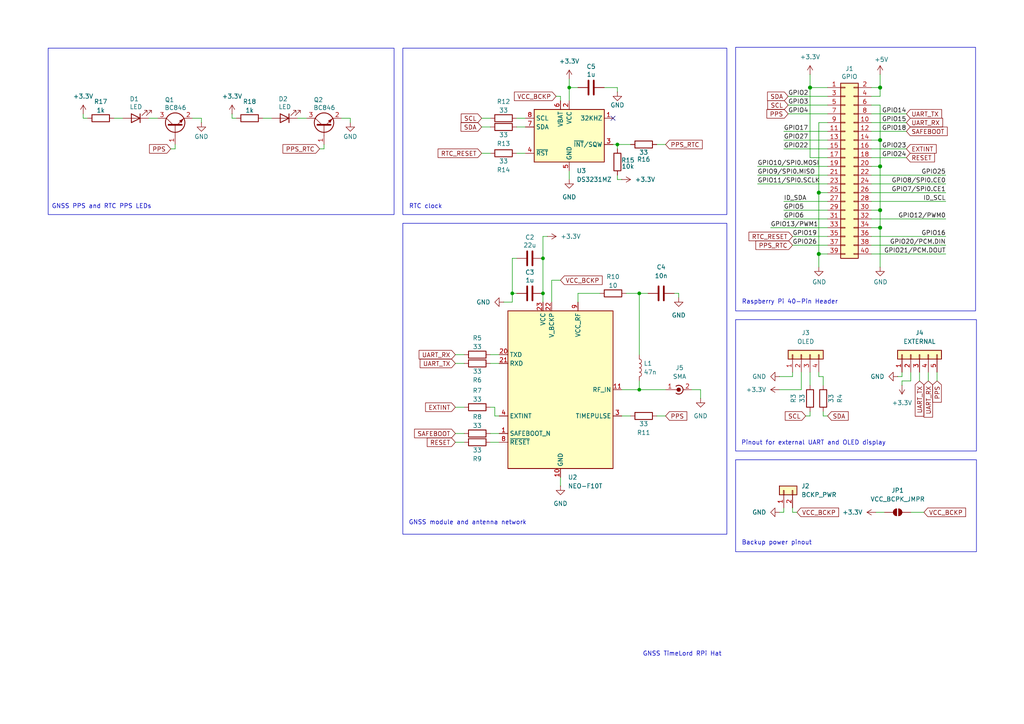
<source format=kicad_sch>
(kicad_sch (version 20250114) (generator "eeschema") (generator_version "9.0")
  (paper "A4")
  (title_block (date "15 nov 2012"))
  (lib_symbols
    (symbol "Connector:Conn_Coaxial_Power" (pin_names (offset 1.016) (hide yes))
      (property "Reference" "J" (at -5.08 -1.27 90))
      (property "Value" "Conn_Coaxial_Power" (at -3.175 -1.27 90))
      (symbol "Conn_Coaxial_Power_0_1"
        (arc (start 1.016 -0.508) (mid 1.2048 -0.8684) (end 1.27 -1.27) (stroke (width 0.254)))
        (polyline (pts (xy 0 0) (xy 0 -1.27)))
        (arc (start 1.27 -1.27) (mid 0 -2.5345) (end -1.27 -1.27) (stroke (width 0.254)))
        (arc (start -1.27 -1.27) (mid -1.2048 -0.8684) (end -1.016 -0.508) (stroke (width 0.254)))
        (circle (center 0 -1.27) (radius 0.508) (stroke (width 0.2032)) (fill (type outline)))
        (polyline (pts (xy 0 -2.54) (xy 0 -3.048)))
      )
      (symbol "Conn_Coaxial_Power_1_1"
        (pin passive line (at 0 2.54 270) (length 2.54) (name "In") (number "1"))
        (pin passive line (at 0 -5.08 90) (length 2.54) (name "Ext") (number "2"))
      )
    )
    (symbol "Connector_Generic:Conn_01x02" (pin_names (offset 1.016) (hide yes))
      (property "Reference" "J" (at 0 2.54 0))
      (property "Value" "Conn_01x02" (at 0 -5.08 0))
      (symbol "Conn_01x02_1_1"
        (rectangle (start -1.27 1.27) (end 1.27 -3.81) (stroke (width 0.254)) (fill (type background)))
        (rectangle (start -1.27 0.127) (end 0 -0.127) (stroke (width 0.1524)))
        (rectangle (start -1.27 -2.413) (end 0 -2.667) (stroke (width 0.1524)))
        (pin passive line (at -5.08 0 0) (length 3.81) (name "Pin_1") (number "1"))
        (pin passive line (at -5.08 -2.54 0) (length 3.81) (name "Pin_2") (number "2"))
      )
    )
    (symbol "Connector_Generic:Conn_01x04" (pin_names (offset 1.016) (hide yes))
      (property "Reference" "J" (at 0 5.08 0))
      (property "Value" "Conn_01x04" (at 0 -7.62 0))
      (symbol "Conn_01x04_1_1"
        (rectangle (start -1.27 3.81) (end 1.27 -6.35) (stroke (width 0.254)) (fill (type background)))
        (rectangle (start -1.27 2.667) (end 0 2.413) (stroke (width 0.1524)))
        (rectangle (start -1.27 0.127) (end 0 -0.127) (stroke (width 0.1524)))
        (rectangle (start -1.27 -2.413) (end 0 -2.667) (stroke (width 0.1524)))
        (rectangle (start -1.27 -4.953) (end 0 -5.207) (stroke (width 0.1524)))
        (pin passive line (at -5.08 2.54 0) (length 3.81) (name "Pin_1") (number "1"))
        (pin passive line (at -5.08 0 0) (length 3.81) (name "Pin_2") (number "2"))
        (pin passive line (at -5.08 -2.54 0) (length 3.81) (name "Pin_3") (number "3"))
        (pin passive line (at -5.08 -5.08 0) (length 3.81) (name "Pin_4") (number "4"))
      )
    )
    (symbol "Connector_Generic:Conn_01x05" (pin_names (offset 1.016) (hide yes))
      (property "Reference" "J" (at 0 7.62 0))
      (property "Value" "Conn_01x05" (at 0 -7.62 0))
      (symbol "Conn_01x05_1_1"
        (rectangle (start -1.27 6.35) (end 1.27 -6.35) (stroke (width 0.254)) (fill (type background)))
        (rectangle (start -1.27 5.207) (end 0 4.953) (stroke (width 0.1524)))
        (rectangle (start -1.27 2.667) (end 0 2.413) (stroke (width 0.1524)))
        (rectangle (start -1.27 0.127) (end 0 -0.127) (stroke (width 0.1524)))
        (rectangle (start -1.27 -2.413) (end 0 -2.667) (stroke (width 0.1524)))
        (rectangle (start -1.27 -4.953) (end 0 -5.207) (stroke (width 0.1524)))
        (pin passive line (at -5.08 5.08 0) (length 3.81) (name "Pin_1") (number "1"))
        (pin passive line (at -5.08 2.54 0) (length 3.81) (name "Pin_2") (number "2"))
        (pin passive line (at -5.08 0 0) (length 3.81) (name "Pin_3") (number "3"))
        (pin passive line (at -5.08 -2.54 0) (length 3.81) (name "Pin_4") (number "4"))
        (pin passive line (at -5.08 -5.08 0) (length 3.81) (name "Pin_5") (number "5"))
      )
    )
    (symbol "Connector_Generic:Conn_02x20_Odd_Even" (pin_names (offset 1.016) (hide yes))
      (property "Reference" "J" (at 1.27 25.4 0))
      (property "Value" "Conn_02x20_Odd_Even" (at 1.27 -27.94 0))
      (symbol "Conn_02x20_Odd_Even_1_1"
        (rectangle (start -1.27 24.13) (end 3.81 -26.67) (stroke (width 0.254)) (fill (type background)))
        (rectangle (start -1.27 22.987) (end 0 22.733) (stroke (width 0.1524)))
        (rectangle (start -1.27 20.447) (end 0 20.193) (stroke (width 0.1524)))
        (rectangle (start -1.27 17.907) (end 0 17.653) (stroke (width 0.1524)))
        (rectangle (start -1.27 15.367) (end 0 15.113) (stroke (width 0.1524)))
        (rectangle (start -1.27 12.827) (end 0 12.573) (stroke (width 0.1524)))
        (rectangle (start -1.27 10.287) (end 0 10.033) (stroke (width 0.1524)))
        (rectangle (start -1.27 7.747) (end 0 7.493) (stroke (width 0.1524)))
        (rectangle (start -1.27 5.207) (end 0 4.953) (stroke (width 0.1524)))
        (rectangle (start -1.27 2.667) (end 0 2.413) (stroke (width 0.1524)))
        (rectangle (start -1.27 0.127) (end 0 -0.127) (stroke (width 0.1524)))
        (rectangle (start -1.27 -2.413) (end 0 -2.667) (stroke (width 0.1524)))
        (rectangle (start -1.27 -4.953) (end 0 -5.207) (stroke (width 0.1524)))
        (rectangle (start -1.27 -7.493) (end 0 -7.747) (stroke (width 0.1524)))
        (rectangle (start -1.27 -10.033) (end 0 -10.287) (stroke (width 0.1524)))
        (rectangle (start -1.27 -12.573) (end 0 -12.827) (stroke (width 0.1524)))
        (rectangle (start -1.27 -15.113) (end 0 -15.367) (stroke (width 0.1524)))
        (rectangle (start -1.27 -17.653) (end 0 -17.907) (stroke (width 0.1524)))
        (rectangle (start -1.27 -20.193) (end 0 -20.447) (stroke (width 0.1524)))
        (rectangle (start -1.27 -22.733) (end 0 -22.987) (stroke (width 0.1524)))
        (rectangle (start -1.27 -25.273) (end 0 -25.527) (stroke (width 0.1524)))
        (rectangle (start 3.81 22.987) (end 2.54 22.733) (stroke (width 0.1524)))
        (rectangle (start 3.81 20.447) (end 2.54 20.193) (stroke (width 0.1524)))
        (rectangle (start 3.81 17.907) (end 2.54 17.653) (stroke (width 0.1524)))
        (rectangle (start 3.81 15.367) (end 2.54 15.113) (stroke (width 0.1524)))
        (rectangle (start 3.81 12.827) (end 2.54 12.573) (stroke (width 0.1524)))
        (rectangle (start 3.81 10.287) (end 2.54 10.033) (stroke (width 0.1524)))
        (rectangle (start 3.81 7.747) (end 2.54 7.493) (stroke (width 0.1524)))
        (rectangle (start 3.81 5.207) (end 2.54 4.953) (stroke (width 0.1524)))
        (rectangle (start 3.81 2.667) (end 2.54 2.413) (stroke (width 0.1524)))
        (rectangle (start 3.81 0.127) (end 2.54 -0.127) (stroke (width 0.1524)))
        (rectangle (start 3.81 -2.413) (end 2.54 -2.667) (stroke (width 0.1524)))
        (rectangle (start 3.81 -4.953) (end 2.54 -5.207) (stroke (width 0.1524)))
        (rectangle (start 3.81 -7.493) (end 2.54 -7.747) (stroke (width 0.1524)))
        (rectangle (start 3.81 -10.033) (end 2.54 -10.287) (stroke (width 0.1524)))
        (rectangle (start 3.81 -12.573) (end 2.54 -12.827) (stroke (width 0.1524)))
        (rectangle (start 3.81 -15.113) (end 2.54 -15.367) (stroke (width 0.1524)))
        (rectangle (start 3.81 -17.653) (end 2.54 -17.907) (stroke (width 0.1524)))
        (rectangle (start 3.81 -20.193) (end 2.54 -20.447) (stroke (width 0.1524)))
        (rectangle (start 3.81 -22.733) (end 2.54 -22.987) (stroke (width 0.1524)))
        (rectangle (start 3.81 -25.273) (end 2.54 -25.527) (stroke (width 0.1524)))
        (pin passive line (at -5.08 22.86 0) (length 3.81) (name "Pin_1") (number "1"))
        (pin passive line (at -5.08 20.32 0) (length 3.81) (name "Pin_3") (number "3"))
        (pin passive line (at -5.08 17.78 0) (length 3.81) (name "Pin_5") (number "5"))
        (pin passive line (at -5.08 15.24 0) (length 3.81) (name "Pin_7") (number "7"))
        (pin passive line (at -5.08 12.7 0) (length 3.81) (name "Pin_9") (number "9"))
        (pin passive line (at -5.08 10.16 0) (length 3.81) (name "Pin_11") (number "11"))
        (pin passive line (at -5.08 7.62 0) (length 3.81) (name "Pin_13") (number "13"))
        (pin passive line (at -5.08 5.08 0) (length 3.81) (name "Pin_15") (number "15"))
        (pin passive line (at -5.08 2.54 0) (length 3.81) (name "Pin_17") (number "17"))
        (pin passive line (at -5.08 0 0) (length 3.81) (name "Pin_19") (number "19"))
        (pin passive line (at -5.08 -2.54 0) (length 3.81) (name "Pin_21") (number "21"))
        (pin passive line (at -5.08 -5.08 0) (length 3.81) (name "Pin_23") (number "23"))
        (pin passive line (at -5.08 -7.62 0) (length 3.81) (name "Pin_25") (number "25"))
        (pin passive line (at -5.08 -10.16 0) (length 3.81) (name "Pin_27") (number "27"))
        (pin passive line (at -5.08 -12.7 0) (length 3.81) (name "Pin_29") (number "29"))
        (pin passive line (at -5.08 -15.24 0) (length 3.81) (name "Pin_31") (number "31"))
        (pin passive line (at -5.08 -17.78 0) (length 3.81) (name "Pin_33") (number "33"))
        (pin passive line (at -5.08 -20.32 0) (length 3.81) (name "Pin_35") (number "35"))
        (pin passive line (at -5.08 -22.86 0) (length 3.81) (name "Pin_37") (number "37"))
        (pin passive line (at -5.08 -25.4 0) (length 3.81) (name "Pin_39") (number "39"))
        (pin passive line (at 7.62 22.86 180) (length 3.81) (name "Pin_2") (number "2"))
        (pin passive line (at 7.62 20.32 180) (length 3.81) (name "Pin_4") (number "4"))
        (pin passive line (at 7.62 17.78 180) (length 3.81) (name "Pin_6") (number "6"))
        (pin passive line (at 7.62 15.24 180) (length 3.81) (name "Pin_8") (number "8"))
        (pin passive line (at 7.62 12.7 180) (length 3.81) (name "Pin_10") (number "10"))
        (pin passive line (at 7.62 10.16 180) (length 3.81) (name "Pin_12") (number "12"))
        (pin passive line (at 7.62 7.62 180) (length 3.81) (name "Pin_14") (number "14"))
        (pin passive line (at 7.62 5.08 180) (length 3.81) (name "Pin_16") (number "16"))
        (pin passive line (at 7.62 2.54 180) (length 3.81) (name "Pin_18") (number "18"))
        (pin passive line (at 7.62 0 180) (length 3.81) (name "Pin_20") (number "20"))
        (pin passive line (at 7.62 -2.54 180) (length 3.81) (name "Pin_22") (number "22"))
        (pin passive line (at 7.62 -5.08 180) (length 3.81) (name "Pin_24") (number "24"))
        (pin passive line (at 7.62 -7.62 180) (length 3.81) (name "Pin_26") (number "26"))
        (pin passive line (at 7.62 -10.16 180) (length 3.81) (name "Pin_28") (number "28"))
        (pin passive line (at 7.62 -12.7 180) (length 3.81) (name "Pin_30") (number "30"))
        (pin passive line (at 7.62 -15.24 180) (length 3.81) (name "Pin_32") (number "32"))
        (pin passive line (at 7.62 -17.78 180) (length 3.81) (name "Pin_34") (number "34"))
        (pin passive line (at 7.62 -20.32 180) (length 3.81) (name "Pin_36") (number "36"))
        (pin passive line (at 7.62 -22.86 180) (length 3.81) (name "Pin_38") (number "38"))
        (pin passive line (at 7.62 -25.4 180) (length 3.81) (name "Pin_40") (number "40"))
      )
    )
    (symbol "Device:C" (pin_numbers (hide yes)) (pin_names (offset 0.254))
      (property "Reference" "C" (at 0.635 2.54 0))
      (property "Value" "C" (at 0.635 -2.54 0))
      (symbol "C_0_1"
        (polyline (pts (xy -2.032 0.762) (xy 2.032 0.762)) (stroke (width 0.508)))
        (polyline (pts (xy -2.032 -0.762) (xy 2.032 -0.762)) (stroke (width 0.508)))
      )
      (symbol "C_1_1"
        (pin passive line (at 0 3.81 270) (length 2.794) (name "~") (number "1"))
        (pin passive line (at 0 -3.81 90) (length 2.794) (name "~") (number "2"))
      )
    )
    (symbol "Device:L" (pin_numbers (hide yes)) (pin_names (offset 1.016) (hide yes))
      (property "Reference" "L" (at -1.27 0 90))
      (property "Value" "L" (at 1.905 0 90))
      (symbol "L_0_1"
        (arc (start 0 2.54) (mid 0.6323 1.905) (end 0 1.27))
        (arc (start 0 1.27) (mid 0.6323 0.635) (end 0 0))
        (arc (start 0 0) (mid 0.6323 -0.635) (end 0 -1.27))
        (arc (start 0 -1.27) (mid 0.6323 -1.905) (end 0 -2.54))
      )
      (symbol "L_1_1"
        (pin passive line (at 0 3.81 270) (length 1.27) (name "1") (number "1"))
        (pin passive line (at 0 -3.81 90) (length 1.27) (name "2") (number "2"))
      )
    )
    (symbol "Device:LED" (pin_numbers (hide yes)) (pin_names (offset 1.016) (hide yes))
      (property "Reference" "D" (at 0 2.54 0))
      (property "Value" "LED" (at 0 -2.54 0))
      (symbol "LED_0_1"
        (polyline (pts (xy -3.048 -0.762) (xy -4.572 -2.286) (xy -3.81 -2.286) (xy -4.572 -2.286) (xy -4.572 -1.524)))
        (polyline (pts (xy -1.778 -0.762) (xy -3.302 -2.286) (xy -2.54 -2.286) (xy -3.302 -2.286) (xy -3.302 -1.524)))
        (polyline (pts (xy -1.27 0) (xy 1.27 0)))
        (polyline (pts (xy -1.27 -1.27) (xy -1.27 1.27)) (stroke (width 0.254)))
        (polyline (pts (xy 1.27 -1.27) (xy 1.27 1.27) (xy -1.27 0) (xy 1.27 -1.27)) (stroke (width 0.254)))
      )
      (symbol "LED_1_1"
        (pin passive line (at -3.81 0 0) (length 2.54) (name "K") (number "1"))
        (pin passive line (at 3.81 0 180) (length 2.54) (name "A") (number "2"))
      )
    )
    (symbol "Device:R" (pin_numbers (hide yes)) (pin_names (offset 0))
      (property "Reference" "R" (at 2.032 0 90))
      (property "Value" "R" (at 0 0 90))
      (symbol "R_0_1"
        (rectangle (start -1.016 -2.54) (end 1.016 2.54) (stroke (width 0.254)))
      )
      (symbol "R_1_1"
        (pin passive line (at 0 3.81 270) (length 1.27) (name "~") (number "1"))
        (pin passive line (at 0 -3.81 90) (length 1.27) (name "~") (number "2"))
      )
    )
    (symbol "Jumper:SolderJumper_2_Open" (pin_numbers (hide yes)) (pin_names (offset 0) (hide yes)) (exclude_from_sim yes) (in_bom no)
      (property "Reference" "JP" (at 0 2.032 0))
      (property "Value" "SolderJumper_2_Open" (at 0 -2.54 0))
      (symbol "SolderJumper_2_Open_0_1"
        (polyline (pts (xy -0.254 1.016) (xy -0.254 -1.016)))
        (arc (start -0.254 -1.016) (mid -1.2656 0) (end -0.254 1.016))
        (arc (start -0.254 -1.016) (mid -1.2656 0) (end -0.254 1.016) (fill (type outline)))
        (arc (start 0.254 1.016) (mid 1.2656 0) (end 0.254 -1.016))
        (arc (start 0.254 1.016) (mid 1.2656 0) (end 0.254 -1.016) (fill (type outline)))
        (polyline (pts (xy 0.254 1.016) (xy 0.254 -1.016)))
      )
      (symbol "SolderJumper_2_Open_1_1"
        (pin passive line (at -3.81 0 0) (length 2.54) (name "A") (number "1"))
        (pin passive line (at 3.81 0 180) (length 2.54) (name "B") (number "2"))
      )
    )
    (symbol "Timer_RTC:DS3231MZ"
      (property "Reference" "U" (at -7.62 8.89 0))
      (property "Value" "DS3231MZ" (at 11.43 8.89 0))
      (symbol "DS3231MZ_0_1"
        (rectangle (start -10.16 7.62) (end 10.16 -7.62) (stroke (width 0.254)) (fill (type background)))
      )
      (symbol "DS3231MZ_1_1"
        (pin input line (at -12.7 5.08 0) (length 2.54) (name "SCL") (number "8"))
        (pin bidirectional line (at -12.7 2.54 0) (length 2.54) (name "SDA") (number "7"))
        (pin bidirectional line (at -12.7 -5.08 0) (length 2.54) (name "~{RST}") (number "4"))
        (pin power_in line (at -2.54 10.16 270) (length 2.54) (name "VBAT") (number "6"))
        (pin power_in line (at 0 10.16 270) (length 2.54) (name "VCC") (number "2"))
        (pin power_in line (at 0 -10.16 90) (length 2.54) (name "GND") (number "5"))
        (pin open_collector line (at 12.7 5.08 180) (length 2.54) (name "32KHZ") (number "1"))
        (pin open_collector line (at 12.7 -2.54 180) (length 2.54) (name "~{INT}/SQW") (number "3"))
      )
    )
    (symbol "Transistor_BJT:BC846" (pin_names (offset 0) (hide yes))
      (property "Reference" "Q" (at 5.08 1.905 0))
      (property "Value" "BC846" (at 5.08 0 0))
      (symbol "BC846_0_1"
        (polyline (pts (xy -2.54 0) (xy 0.635 0)))
        (polyline (pts (xy 0.635 1.905) (xy 0.635 -1.905)) (stroke (width 0.508)))
        (circle (center 1.27 0) (radius 2.8194) (stroke (width 0.254)))
      )
      (symbol "BC846_1_1"
        (polyline (pts (xy 0.635 0.635) (xy 2.54 2.54)))
        (polyline (pts (xy 0.635 -0.635) (xy 2.54 -2.54)))
        (polyline (pts (xy 1.27 -1.778) (xy 1.778 -1.27) (xy 2.286 -2.286) (xy 1.27 -1.778)) (fill (type outline)))
        (pin input line (at -5.08 0 0) (length 2.54) (name "B") (number "1"))
        (pin passive line (at 2.54 5.08 270) (length 2.54) (name "C") (number "3"))
        (pin passive line (at 2.54 -5.08 90) (length 2.54) (name "E") (number "2"))
      )
    )
    (symbol "neo-f10t:NEO-F10T"
      (property "Reference" "U" (at -13.97 24.13 0))
      (property "Value" "NEO-F10T" (at 11.43 24.13 0))
      (symbol "NEO-F10T_0_1"
        (rectangle (start -15.24 22.86) (end 15.24 -22.86) (stroke (width 0.254)) (fill (type background)))
      )
      (symbol "NEO-F10T_1_1"
        (pin output line (at -17.78 10.16 0) (length 2.54) (name "TXD") (number "20"))
        (pin input line (at -17.78 7.62 0) (length 2.54) (name "RXD") (number "21"))
        (pin input line (at -17.78 -7.62 0) (length 2.54) (name "EXTINT") (number "4"))
        (pin bidirectional line (at -17.78 -12.7 0) (length 2.54) (name "SAFEBOOT_N") (number "1"))
        (pin input line (at -17.78 -15.24 0) (length 2.54) (name "~{RESET}") (number "8"))
        (pin no_connect line (at -15.24 17.78 0) (length 2.54) (hide yes) (name "RESERVED") (number "5"))
        (pin no_connect line (at -15.24 15.24 0) (length 2.54) (hide yes) (name "RESERVED") (number "6"))
        (pin no_connect line (at -15.24 2.54 0) (length 2.54) (hide yes) (name "RESERVED") (number "18"))
        (pin no_connect line (at -15.24 0 0) (length 2.54) (hide yes) (name "RESERVED") (number "19"))
        (pin no_connect line (at -15.24 -5.08 0) (length 2.54) (hide yes) (name "RESERVED") (number "15"))
        (pin no_connect line (at -15.24 -17.78 0) (length 2.54) (hide yes) (name "RESERVED") (number "2"))
        (pin power_in line (at -5.08 25.4 270) (length 2.54) (name "VCC") (number "23"))
        (pin power_in line (at -2.54 25.4 270) (length 2.54) (name "V_BCKP") (number "22"))
        (pin no_connect line (at 0 22.86 270) (length 2.54) (hide yes) (name "RESERVED") (number "7"))
        (pin power_in line (at 0 -25.4 90) (length 2.54) (name "GND") (number "10"))
        (pin passive line (at 0 -25.4 90) (length 2.54) (hide yes) (name "GND") (number "12"))
        (pin passive line (at 0 -25.4 90) (length 2.54) (hide yes) (name "GND") (number "13"))
        (pin passive line (at 0 -25.4 90) (length 2.54) (hide yes) (name "GND") (number "24"))
        (pin power_out line (at 5.08 25.4 270) (length 2.54) (name "VCC_RF") (number "9"))
        (pin no_connect line (at 15.24 5.08 180) (length 2.54) (hide yes) (name "RESERVED") (number "14"))
        (pin no_connect line (at 15.24 -10.16 180) (length 2.54) (hide yes) (name "RESERVED") (number "16"))
        (pin no_connect line (at 15.24 -12.7 180) (length 2.54) (hide yes) (name "RESERVED") (number "17"))
        (pin input line (at 17.78 0 180) (length 2.54) (name "RF_IN") (number "11"))
        (pin output line (at 17.78 -7.62 180) (length 2.54) (name "TIMEPULSE") (number "3"))
      )
    )
    (symbol "power:+3.3V" (power) (pin_numbers (hide yes)) (pin_names (offset 0) (hide yes))
      (property "Value" "+3.3V" (at 0 3.556 0))
      (symbol "+3.3V_0_1"
        (polyline (pts (xy -0.762 1.27) (xy 0 2.54)))
        (polyline (pts (xy 0 2.54) (xy 0.762 1.27)))
        (polyline (pts (xy 0 0) (xy 0 2.54)))
      )
      (symbol "+3.3V_1_1"
        (pin power_in line (at 0 0 90) (length 0) (name "~") (number "1"))
      )
    )
    (symbol "power:+5V" (power) (pin_numbers (hide yes)) (pin_names (offset 0) (hide yes))
      (property "Value" "+5V" (at 0 3.556 0))
      (symbol "+5V_0_1"
        (polyline (pts (xy -0.762 1.27) (xy 0 2.54)))
        (polyline (pts (xy 0 2.54) (xy 0.762 1.27)))
        (polyline (pts (xy 0 0) (xy 0 2.54)))
      )
      (symbol "+5V_1_1"
        (pin power_in line (at 0 0 90) (length 0) (name "~") (number "1"))
      )
    )
    (symbol "power:GND" (power) (pin_numbers (hide yes)) (pin_names (offset 0) (hide yes))
      (property "Value" "GND" (at 0 -3.81 0))
      (symbol "GND_0_1"
        (polyline (pts (xy 0 0) (xy 0 -1.27) (xy 1.27 -1.27) (xy 0 -2.54) (xy -1.27 -1.27) (xy 0 -1.27)))
      )
      (symbol "GND_1_1"
        (pin power_in line (at 0 0 270) (length 0) (name "~") (number "1"))
      )
    )
  )
  (rectangle (start 213.36 92.71) (end 283.21 130.81))
  (rectangle (start 213.36 13.716) (end 282.956 90.17))
  (rectangle (start 116.84 13.97) (end 210.82 62.23))
  (rectangle (start 13.97 13.97) (end 114.3 62.23))
  (rectangle (start 213.36 133.35) (end 283.21 160.02))
  (rectangle (start 116.84 64.77) (end 210.82 154.94))
  (text "RTC clock" (at 123.444 59.944 0) (effects (font (size 1.27 1.27))))
  (text "GNSS PPS and RTC PPS LEDs\n" (at 29.464 59.944 0) (effects (font (size 1.27 1.27))))
  (text "Backup power pinout" (at 225.298 157.48 0) (effects (font (size 1.27 1.27))))
  (text "GNSS TimeLord RPi Hat" (at 197.866 189.738 0) (effects (font (size 1.27 1.27))))
  (text "Pinout for external UART and OLED display" (at 235.966 128.524 0) (effects (font (size 1.27 1.27))))
  (text "GNSS module and antenna network" (at 135.636 151.638 0) (effects (font (size 1.27 1.27))))
  (text "Raspberry Pi 40-Pin Header" (at 229.108 87.63 0) (effects (font (size 1.27 1.27))))
  (junction (at 255.27 25.4) (diameter 1.016))
  (junction (at 255.27 40.64) (diameter 1.016))
  (junction (at 179.07 41.91))
  (junction (at 157.48 74.93))
  (junction (at 165.1 25.4))
  (junction (at 237.49 73.66) (diameter 1.016))
  (junction (at 237.49 55.88) (diameter 1.016))
  (junction (at 185.42 113.03))
  (junction (at 255.27 66.04) (diameter 1.016))
  (junction (at 255.27 60.96) (diameter 1.016))
  (junction (at 255.27 48.26) (diameter 1.016))
  (junction (at 157.48 85.09))
  (junction (at 185.42 85.09))
  (junction (at 148.59 85.09))
  (junction (at 234.95 25.4) (diameter 1.016))
  (no_connect (at 177.8 34.29))
  (wire (pts (xy 237.49 55.88) (xy 237.49 73.66)))
  (wire (pts (xy 252.73 55.88) (xy 274.32 55.88)))
  (wire (pts (xy 196.85 86.36) (xy 196.85 85.09)))
  (wire (pts (xy 240.03 38.1) (xy 227.33 38.1)))
  (wire (pts (xy 234.95 120.65) (xy 233.68 120.65)))
  (wire (pts (xy 58.42 34.29) (xy 58.42 35.56)))
  (wire (pts (xy 229.87 109.22) (xy 229.87 107.95)))
  (wire (pts (xy 227.33 148.59) (xy 227.33 147.32)))
  (wire (pts (xy 255.27 30.48) (xy 255.27 40.64)))
  (wire (pts (xy 255.27 48.26) (xy 252.73 48.26)))
  (wire (pts (xy 142.24 125.73) (xy 144.78 125.73)))
  (wire (pts (xy 92.71 43.18) (xy 93.98 43.18)))
  (wire (pts (xy 165.1 25.4) (xy 165.1 22.86)))
  (wire (pts (xy 149.86 44.45) (xy 152.4 44.45)))
  (wire (pts (xy 261.62 110.49) (xy 261.62 111.76)))
  (wire (pts (xy 255.27 60.96) (xy 255.27 66.04)))
  (wire (pts (xy 148.59 74.93) (xy 149.86 74.93)))
  (wire (pts (xy 226.06 109.22) (xy 229.87 109.22)))
  (wire (pts (xy 179.07 26.67) (xy 179.07 25.4)))
  (wire (pts (xy 148.59 85.09) (xy 148.59 74.93)))
  (wire (pts (xy 142.24 105.41) (xy 144.78 105.41)))
  (wire (pts (xy 143.51 118.11) (xy 143.51 120.65)))
  (wire (pts (xy 238.76 109.22) (xy 238.76 111.76)))
  (wire (pts (xy 180.34 52.07) (xy 179.07 52.07)))
  (wire (pts (xy 255.27 48.26) (xy 255.27 60.96)))
  (wire (pts (xy 252.73 33.02) (xy 262.89 33.02)))
  (wire (pts (xy 139.7 44.45) (xy 142.24 44.45)))
  (wire (pts (xy 237.49 35.56) (xy 237.49 55.88)))
  (wire (pts (xy 266.7 107.95) (xy 266.7 110.49)))
  (wire (pts (xy 24.13 34.29) (xy 25.4 34.29)))
  (wire (pts (xy 261.62 109.22) (xy 261.62 107.95)))
  (wire (pts (xy 157.48 87.63) (xy 157.48 85.09)))
  (wire (pts (xy 24.13 33.02) (xy 24.13 34.29)))
  (wire (pts (xy 237.49 35.56) (xy 240.03 35.56)))
  (wire (pts (xy 252.73 53.34) (xy 274.32 53.34)))
  (wire (pts (xy 49.53 43.18) (xy 50.8 43.18)))
  (wire (pts (xy 240.03 58.42) (xy 227.33 58.42)))
  (wire (pts (xy 234.95 120.65) (xy 234.95 119.38)))
  (wire (pts (xy 227.33 60.96) (xy 240.03 60.96)))
  (wire (pts (xy 179.07 52.07) (xy 179.07 50.8)))
  (wire (pts (xy 148.59 87.63) (xy 148.59 85.09)))
  (wire (pts (xy 149.86 34.29) (xy 152.4 34.29)))
  (wire (pts (xy 240.03 120.65) (xy 238.76 120.65)))
  (wire (pts (xy 101.6 34.29) (xy 101.6 35.56)))
  (wire (pts (xy 237.49 55.88) (xy 240.03 55.88)))
  (wire (pts (xy 252.73 43.18) (xy 262.89 43.18)))
  (wire (pts (xy 162.56 27.94) (xy 161.29 27.94)))
  (wire (pts (xy 226.06 148.59) (xy 227.33 148.59)))
  (wire (pts (xy 142.24 128.27) (xy 144.78 128.27)))
  (wire (pts (xy 139.7 36.83) (xy 142.24 36.83)))
  (wire (pts (xy 252.73 73.66) (xy 274.32 73.66)))
  (wire (pts (xy 237.49 73.66) (xy 237.49 77.47)))
  (wire (pts (xy 227.33 40.64) (xy 240.03 40.64)))
  (wire (pts (xy 157.48 68.58) (xy 158.75 68.58)))
  (wire (pts (xy 234.95 21.59) (xy 234.95 25.4)))
  (wire (pts (xy 226.06 113.03) (xy 232.41 113.03)))
  (wire (pts (xy 180.34 113.03) (xy 185.42 113.03)))
  (wire (pts (xy 271.78 107.95) (xy 271.78 110.49)))
  (wire (pts (xy 177.8 41.91) (xy 179.07 41.91)))
  (wire (pts (xy 43.18 34.29) (xy 45.72 34.29)))
  (wire (pts (xy 203.2 113.03) (xy 200.66 113.03)))
  (wire (pts (xy 255.27 66.04) (xy 252.73 66.04)))
  (wire (pts (xy 33.02 34.29) (xy 35.56 34.29)))
  (wire (pts (xy 185.42 113.03) (xy 193.04 113.03)))
  (wire (pts (xy 67.31 34.29) (xy 68.58 34.29)))
  (wire (pts (xy 228.6 30.48) (xy 240.03 30.48)))
  (wire (pts (xy 165.1 49.53) (xy 165.1 52.07)))
  (wire (pts (xy 181.61 85.09) (xy 185.42 85.09)))
  (wire (pts (xy 219.71 53.34) (xy 240.03 53.34)))
  (wire (pts (xy 261.62 110.49) (xy 264.16 110.49)))
  (wire (pts (xy 234.95 45.72) (xy 240.03 45.72)))
  (wire (pts (xy 101.6 34.29) (xy 99.06 34.29)))
  (wire (pts (xy 240.03 27.94) (xy 228.6 27.94)))
  (wire (pts (xy 260.35 109.22) (xy 261.62 109.22)))
  (wire (pts (xy 255.27 25.4) (xy 255.27 27.94)))
  (wire (pts (xy 132.08 118.11) (xy 134.62 118.11)))
  (wire (pts (xy 160.02 81.28) (xy 162.56 81.28)))
  (wire (pts (xy 196.85 85.09) (xy 195.58 85.09)))
  (wire (pts (xy 229.87 148.59) (xy 229.87 147.32)))
  (wire (pts (xy 255.27 40.64) (xy 255.27 48.26)))
  (wire (pts (xy 252.73 38.1) (xy 262.89 38.1)))
  (wire (pts (xy 255.27 40.64) (xy 252.73 40.64)))
  (wire (pts (xy 264.16 148.59) (xy 267.97 148.59)))
  (wire (pts (xy 162.56 29.21) (xy 162.56 27.94)))
  (wire (pts (xy 255.27 21.59) (xy 255.27 25.4)))
  (wire (pts (xy 228.6 33.02) (xy 240.03 33.02)))
  (wire (pts (xy 255.27 25.4) (xy 252.73 25.4)))
  (wire (pts (xy 229.87 68.58) (xy 240.03 68.58)))
  (wire (pts (xy 234.95 25.4) (xy 234.95 45.72)))
  (wire (pts (xy 252.73 45.72) (xy 262.89 45.72)))
  (wire (pts (xy 142.24 118.11) (xy 143.51 118.11)))
  (wire (pts (xy 252.73 35.56) (xy 262.89 35.56)))
  (wire (pts (xy 50.8 43.18) (xy 50.8 41.91)))
  (wire (pts (xy 185.42 102.87) (xy 185.42 85.09)))
  (wire (pts (xy 76.2 34.29) (xy 78.74 34.29)))
  (wire (pts (xy 238.76 120.65) (xy 238.76 119.38)))
  (wire (pts (xy 227.33 43.18) (xy 240.03 43.18)))
  (wire (pts (xy 157.48 74.93) (xy 157.48 85.09)))
  (wire (pts (xy 219.71 50.8) (xy 240.03 50.8)))
  (wire (pts (xy 167.64 25.4) (xy 165.1 25.4)))
  (wire (pts (xy 132.08 102.87) (xy 134.62 102.87)))
  (wire (pts (xy 269.24 107.95) (xy 269.24 110.49)))
  (wire (pts (xy 139.7 34.29) (xy 142.24 34.29)))
  (wire (pts (xy 234.95 107.95) (xy 234.95 111.76)))
  (wire (pts (xy 227.33 63.5) (xy 240.03 63.5)))
  (wire (pts (xy 58.42 34.29) (xy 55.88 34.29)))
  (wire (pts (xy 255.27 27.94) (xy 252.73 27.94)))
  (wire (pts (xy 193.04 120.65) (xy 190.5 120.65)))
  (wire (pts (xy 67.31 33.02) (xy 67.31 34.29)))
  (wire (pts (xy 252.73 68.58) (xy 274.32 68.58)))
  (wire (pts (xy 93.98 43.18) (xy 93.98 41.91)))
  (wire (pts (xy 252.73 63.5) (xy 274.32 63.5)))
  (wire (pts (xy 237.49 73.66) (xy 240.03 73.66)))
  (wire (pts (xy 143.51 120.65) (xy 144.78 120.65)))
  (wire (pts (xy 238.76 109.22) (xy 237.49 109.22)))
  (wire (pts (xy 252.73 71.12) (xy 274.32 71.12)))
  (wire (pts (xy 132.08 105.41) (xy 134.62 105.41)))
  (wire (pts (xy 264.16 110.49) (xy 264.16 107.95)))
  (wire (pts (xy 255.27 30.48) (xy 252.73 30.48)))
  (wire (pts (xy 229.87 71.12) (xy 240.03 71.12)))
  (wire (pts (xy 185.42 110.49) (xy 185.42 113.03)))
  (wire (pts (xy 157.48 68.58) (xy 157.48 74.93)))
  (wire (pts (xy 175.26 25.4) (xy 179.07 25.4)))
  (wire (pts (xy 232.41 113.03) (xy 232.41 107.95)))
  (wire (pts (xy 203.2 115.57) (xy 203.2 113.03)))
  (wire (pts (xy 132.08 125.73) (xy 134.62 125.73)))
  (wire (pts (xy 237.49 109.22) (xy 237.49 107.95)))
  (wire (pts (xy 231.14 148.59) (xy 229.87 148.59)))
  (wire (pts (xy 162.56 138.43) (xy 162.56 140.97)))
  (wire (pts (xy 179.07 43.18) (xy 179.07 41.91)))
  (wire (pts (xy 167.64 85.09) (xy 173.99 85.09)))
  (wire (pts (xy 255.27 66.04) (xy 255.27 77.47)))
  (wire (pts (xy 167.64 87.63) (xy 167.64 85.09)))
  (wire (pts (xy 252.73 50.8) (xy 274.32 50.8)))
  (wire (pts (xy 240.03 66.04) (xy 223.52 66.04)))
  (wire (pts (xy 146.05 87.63) (xy 148.59 87.63)))
  (wire (pts (xy 160.02 81.28) (xy 160.02 87.63)))
  (wire (pts (xy 165.1 25.4) (xy 165.1 29.21)))
  (wire (pts (xy 187.96 85.09) (xy 185.42 85.09)))
  (wire (pts (xy 86.36 34.29) (xy 88.9 34.29)))
  (wire (pts (xy 148.59 85.09) (xy 149.86 85.09)))
  (wire (pts (xy 255.27 60.96) (xy 252.73 60.96)))
  (wire (pts (xy 234.95 25.4) (xy 240.03 25.4)))
  (wire (pts (xy 132.08 128.27) (xy 134.62 128.27)))
  (wire (pts (xy 190.5 41.91) (xy 193.04 41.91)))
  (wire (pts (xy 142.24 102.87) (xy 144.78 102.87)))
  (wire (pts (xy 180.34 120.65) (xy 182.88 120.65)))
  (wire (pts (xy 240.03 48.26) (xy 219.71 48.26)))
  (wire (pts (xy 252.73 58.42) (xy 274.32 58.42)))
  (wire (pts (xy 179.07 41.91) (xy 182.88 41.91)))
  (wire (pts (xy 149.86 36.83) (xy 152.4 36.83)))
  (wire (pts (xy 254 148.59) (xy 256.54 148.59)))
  (label "ID_SDA" (at 227.33 58.42 0))
  (label "GPIO6" (at 227.33 63.5 0))
  (label "ID_SCL" (at 274.32 58.42 180))
  (label "GPIO5" (at 227.33 60.96 0))
  (label "GPIO21{slash}PCM.DOUT" (at 274.32 73.66 180))
  (label "GPIO19" (at 229.87 68.58 0))
  (label "GPIO10{slash}SPI0.MOSI" (at 219.71 48.26 0))
  (label "GPIO9{slash}SPI0.MISO" (at 219.71 50.8 0))
  (label "GPIO23" (at 262.89 43.18 180))
  (label "GPIO4" (at 228.6 33.02 0))
  (label "GPIO27" (at 227.33 40.64 0))
  (label "GPIO26" (at 229.87 71.12 0))
  (label "GPIO14" (at 262.89 33.02 180))
  (label "GPIO8{slash}SPI0.CE0" (at 274.32 53.34 180))
  (label "GPIO15" (at 262.89 35.56 180))
  (label "GPIO16" (at 274.32 68.58 180))
  (label "GPIO22" (at 227.33 43.18 0))
  (label "GPIO2" (at 228.6 27.94 0))
  (label "GPIO17" (at 227.33 38.1 0))
  (label "GPIO25" (at 274.32 50.8 180))
  (label "GPIO3" (at 228.6 30.48 0))
  (label "GPIO18" (at 262.89 38.1 180))
  (label "GPIO12{slash}PWM0" (at 274.32 63.5 180))
  (label "GPIO13{slash}PWM1" (at 223.52 66.04 0))
  (label "GPIO20{slash}PCM.DIN" (at 274.32 71.12 180))
  (label "GPIO24" (at 262.89 45.72 180))
  (label "GPIO7{slash}SPI0.CE1" (at 274.32 55.88 180))
  (label "GPIO11{slash}SPI0.SCLK" (at 219.71 53.34 0))
  (global_label "SAFEBOOT" (shape input) (at 132.08 125.73 180) (property "Intersheetrefs" "${INTERSHEET_REFS}" (effects (hide yes))))
  (global_label "RESET" (shape input) (at 132.08 128.27 180) (property "Intersheetrefs" "${INTERSHEET_REFS}" (effects (hide yes))))
  (global_label "UART_RX" (shape input) (at 269.24 110.49 270) (property "Intersheetrefs" "${INTERSHEET_REFS}" (effects (hide yes))))
  (global_label "UART_TX" (shape input) (at 262.89 33.02 0) (property "Intersheetrefs" "${INTERSHEET_REFS}" (effects (hide yes))))
  (global_label "PPS" (shape input) (at 228.6 33.02 180) (property "Intersheetrefs" "${INTERSHEET_REFS}" (effects (hide yes))))
  (global_label "VCC_BCKP" (shape input) (at 231.14 148.59 0) (property "Intersheetrefs" "${INTERSHEET_REFS}" (effects (hide yes))))
  (global_label "PPS_RTC" (shape input) (at 229.87 71.12 180) (property "Intersheetrefs" "${INTERSHEET_REFS}" (effects (hide yes))))
  (global_label "SCL" (shape input) (at 228.6 30.48 180) (property "Intersheetrefs" "${INTERSHEET_REFS}" (effects (hide yes))))
  (global_label "VCC_BCKP" (shape input) (at 161.29 27.94 180) (property "Intersheetrefs" "${INTERSHEET_REFS}" (effects (hide yes))))
  (global_label "UART_RX" (shape input) (at 262.89 35.56 0) (property "Intersheetrefs" "${INTERSHEET_REFS}" (effects (hide yes))))
  (global_label "UART_RX" (shape input) (at 132.08 102.87 180) (property "Intersheetrefs" "${INTERSHEET_REFS}" (effects (hide yes))))
  (global_label "SAFEBOOT" (shape input) (at 262.89 38.1 0) (property "Intersheetrefs" "${INTERSHEET_REFS}" (effects (hide yes))))
  (global_label "PPS" (shape input) (at 271.78 110.49 270) (property "Intersheetrefs" "${INTERSHEET_REFS}" (effects (hide yes))))
  (global_label "RTC_RESET" (shape input) (at 229.87 68.58 180) (property "Intersheetrefs" "${INTERSHEET_REFS}" (effects (hide yes))))
  (global_label "SCL" (shape input) (at 233.68 120.65 180) (property "Intersheetrefs" "${INTERSHEET_REFS}" (effects (hide yes))))
  (global_label "PPS_RTC" (shape input) (at 193.04 41.91 0) (property "Intersheetrefs" "${INTERSHEET_REFS}" (effects (hide yes))))
  (global_label "PPS" (shape input) (at 193.04 120.65 0) (property "Intersheetrefs" "${INTERSHEET_REFS}" (effects (hide yes))))
  (global_label "RESET" (shape input) (at 262.89 45.72 0) (property "Intersheetrefs" "${INTERSHEET_REFS}" (effects (hide yes))))
  (global_label "UART_TX" (shape input) (at 266.7 110.49 270) (property "Intersheetrefs" "${INTERSHEET_REFS}" (effects (hide yes))))
  (global_label "SDA" (shape input) (at 228.6 27.94 180) (property "Intersheetrefs" "${INTERSHEET_REFS}" (effects (hide yes))))
  (global_label "VCC_BCKP" (shape input) (at 267.97 148.59 0) (property "Intersheetrefs" "${INTERSHEET_REFS}" (effects (hide yes))))
  (global_label "RTC_RESET" (shape input) (at 139.7 44.45 180) (property "Intersheetrefs" "${INTERSHEET_REFS}" (effects (hide yes))))
  (global_label "EXTINT" (shape input) (at 132.08 118.11 180) (property "Intersheetrefs" "${INTERSHEET_REFS}" (effects (hide yes))))
  (global_label "PPS" (shape input) (at 49.53 43.18 180) (property "Intersheetrefs" "${INTERSHEET_REFS}" (effects (hide yes))))
  (global_label "EXTINT" (shape input) (at 262.89 43.18 0) (property "Intersheetrefs" "${INTERSHEET_REFS}" (effects (hide yes))))
  (global_label "SCL" (shape input) (at 139.7 34.29 180) (property "Intersheetrefs" "${INTERSHEET_REFS}" (effects (hide yes))))
  (global_label "SDA" (shape input) (at 240.03 120.65 0) (property "Intersheetrefs" "${INTERSHEET_REFS}" (effects (hide yes))))
  (global_label "UART_TX" (shape input) (at 132.08 105.41 180) (property "Intersheetrefs" "${INTERSHEET_REFS}" (effects (hide yes))))
  (global_label "SDA" (shape input) (at 139.7 36.83 180) (property "Intersheetrefs" "${INTERSHEET_REFS}" (effects (hide yes))))
  (global_label "PPS_RTC" (shape input) (at 92.71 43.18 180) (property "Intersheetrefs" "${INTERSHEET_REFS}" (effects (hide yes))))
  (global_label "VCC_BCKP" (shape input) (at 162.56 81.28 0) (property "Intersheetrefs" "${INTERSHEET_REFS}" (effects (hide yes))))
  (symbol (lib_id "power:+5V") (at 255.27 21.59 0) (unit 1)
    (property "Reference" "#PWR01" (effects (hide yes)))
    (property "Value" "+5V" (at 255.6383 17.2656 0))
    (property "Description" "Power symbol creates a global label with name \"+5V\"" (effects (hide yes)))
  )
  (symbol (lib_id "power:GND") (at 255.27 77.47 0) (unit 1)
    (property "Reference" "#PWR02" (effects (hide yes)))
    (property "Value" "GND" (at 255.3843 81.7944 0))
    (property "Description" "Power symbol creates a global label with name \"GND\" , ground" (effects (hide yes)))
  )
  (symbol (lib_id "power:GND") (at 237.49 77.47 0) (unit 1)
    (property "Reference" "#PWR03" (effects (hide yes)))
    (property "Value" "GND" (at 237.6043 81.7944 0))
    (property "Description" "Power symbol creates a global label with name \"GND\" , ground" (effects (hide yes)))
  )
  (symbol (lib_id "Connector_Generic:Conn_02x20_Odd_Even") (at 245.11 48.26 0) (unit 1)
    (property "Reference" "J1" (at 246.38 19.9198 0))
    (property "Value" "GPIO" (at 246.38 22.225 0))
    (property "Footprint" "Connector_PinSocket_2.54mm:PinSocket_2x20_P2.54mm_Vertical" (effects (hide yes)))
    (property "Description" "Generic connector, double row, 02x20, odd/even pin numbering scheme (row 1 odd numbers, row 2 even numbers), script generated (kicad-library-utils/schlib/autogen/connector/)" (effects (hide yes)))
  )
  (symbol (lib_id "power:+3.3V") (at 234.95 21.59 0) (unit 1)
    (property "Reference" "#PWR0121" (effects (hide yes)))
    (property "Value" "+3.3V" (at 234.95 16.51 0))
    (property "Description" "Power symbol creates a global label with name \"+3.3V\"" (effects (hide yes)))
  )
  (symbol (lib_id "Device:C") (at 191.77 85.09 90) (unit 1)
    (property "Reference" "C4" (at 191.77 77.47 90))
    (property "Value" "10n" (at 191.77 80.01 90))
    (property "Footprint" "Capacitor_SMD:C_0805_2012Metric" (effects (hide yes)))
    (property "Description" "Unpolarized capacitor" (effects (hide yes)))
    (property "MFR" "791-0805N103G500CT" (effects (hide yes)))
  )
  (symbol (lib_id "neo-f10t:NEO-F10T") (at 162.56 113.03 0) (unit 1)
    (property "Reference" "U2" (at 164.7033 138.43 0) (effects (justify left)))
    (property "Value" "NEO-F10T" (at 164.7033 140.97 0) (effects (justify left)))
    (property "Footprint" "RF_GPS:ublox_NEO" (effects (hide yes)))
    (property "Datasheet" "https://content.u-blox.com/sites/default/files/documents/NEO-LEA-M8T-FW3_DataSheet_UBX-15025193.pdf" (effects (hide yes)))
    (property "Description" "GNSS Module NEO M8, VCC 2.7V to 3.6V" (effects (hide yes)))
    (property "MFR" "377-NEO-F10T-00B" (effects (hide yes)))
  )
  (symbol (lib_id "power:GND") (at 196.85 86.36 0) (unit 1)
    (property "Reference" "#PWR0111" (effects (hide yes)))
    (property "Value" "GND" (at 196.85 91.44 0))
    (property "Description" "Power symbol creates a global label with name \"GND\" , ground" (effects (hide yes)))
  )
  (symbol (lib_id "power:GND") (at 260.35 109.22 270) (unit 1)
    (property "Reference" "#PWR0120" (effects (hide yes)))
    (property "Value" "GND" (at 256.54 109.22 90) (effects (justify right)))
    (property "Description" "Power symbol creates a global label with name \"GND\" , ground" (effects (hide yes)))
  )
  (symbol (lib_id "Device:R") (at 177.8 85.09 90) (unit 1)
    (property "Reference" "R10" (at 177.8 80.264 90))
    (property "Value" "10" (at 177.8 82.804 90))
    (property "Footprint" "Resistor_SMD:R_0805_2012Metric" (effects (hide yes)))
    (property "Description" "Resistor" (effects (hide yes)))
    (property "MFR" "603-RT0805FRE1310RL" (effects (hide yes)))
  )
  (symbol (lib_id "power:+3.3V") (at 261.62 111.76 180) (unit 1)
    (property "Reference" "#PWR0117" (effects (hide yes)))
    (property "Value" "+3.3V" (at 261.62 116.84 0))
    (property "Description" "Power symbol creates a global label with name \"+3.3V\"" (effects (hide yes)))
  )
  (symbol (lib_id "Device:R") (at 179.07 46.99 0) (unit 1)
    (property "Reference" "R15" (at 182.118 46.482 0))
    (property "Value" "10k" (at 182.118 48.26 0))
    (property "Footprint" "Resistor_SMD:R_0805_2012Metric" (effects (hide yes)))
    (property "Description" "Resistor" (effects (hide yes)))
    (property "MFR" "603-RT0805FRE1310KL" (effects (hide yes)))
  )
  (symbol (lib_id "power:+3.3V") (at 254 148.59 90) (unit 1)
    (property "Reference" "#PWR0122" (effects (hide yes)))
    (property "Value" "+3.3V" (at 250.19 148.5899 90) (effects (justify left)))
    (property "Description" "Power symbol creates a global label with name \"+3.3V\"" (effects (hide yes)))
  )
  (symbol (lib_id "power:GND") (at 58.42 35.56 0) (unit 1)
    (property "Reference" "#PWR0114" (effects (hide yes)))
    (property "Value" "GND" (at 58.42 39.624 0))
    (property "Description" "Power symbol creates a global label with name \"GND\" , ground" (effects (hide yes)))
  )
  (symbol (lib_id "power:+3.3V") (at 165.1 22.86 0) (unit 1)
    (property "Reference" "#PWR0110" (effects (hide yes)))
    (property "Value" "+3.3V" (at 165.1 17.78 0))
    (property "Description" "Power symbol creates a global label with name \"+3.3V\"" (effects (hide yes)))
  )
  (symbol (lib_id "Device:R") (at 138.43 125.73 90) (unit 1)
    (property "Reference" "R8" (at 138.43 120.904 90))
    (property "Value" "33" (at 138.43 123.444 90))
    (property "Footprint" "Resistor_SMD:R_0603_1608Metric" (effects (hide yes)))
    (property "Description" "Resistor" (effects (hide yes)))
    (property "MFR" "603-RT0603FRE0733RL" (effects (hide yes)))
  )
  (symbol (lib_id "Device:R") (at 186.69 41.91 270) (unit 1)
    (property "Reference" "R16" (at 186.69 46.228 90))
    (property "Value" "33" (at 186.69 44.196 90))
    (property "Footprint" "Resistor_SMD:R_0603_1608Metric" (effects (hide yes)))
    (property "Description" "Resistor" (effects (hide yes)))
    (property "MFR" "603-RT0603FRE0733RL" (effects (hide yes)))
  )
  (symbol (lib_id "power:+3.3V") (at 226.06 113.03 90) (unit 1)
    (property "Reference" "#PWR0119" (effects (hide yes)))
    (property "Value" "+3.3V" (at 222.25 113.0299 90) (effects (justify left)))
    (property "Description" "Power symbol creates a global label with name \"+3.3V\"" (effects (hide yes)))
  )
  (symbol (lib_id "Device:R") (at 29.21 34.29 90) (unit 1)
    (property "Reference" "R17" (at 29.21 29.464 90))
    (property "Value" "1k" (at 29.21 32.004 90))
    (property "Footprint" "Resistor_SMD:R_0805_2012Metric" (effects (hide yes)))
    (property "Description" "Resistor" (effects (hide yes)))
    (property "MFR" "603-RT0805DRD071KL" (effects (hide yes)))
  )
  (symbol (lib_id "Device:C") (at 171.45 25.4 90) (unit 1)
    (property "Reference" "C5" (at 171.45 19.304 90))
    (property "Value" "1u" (at 171.45 21.59 90))
    (property "Footprint" "Capacitor_SMD:C_0603_1608Metric" (effects (hide yes)))
    (property "Description" "Unpolarized capacitor" (effects (hide yes)))
    (property "MFR" "81-GRM188D72A105KE1D" (effects (hide yes)))
  )
  (symbol (lib_id "Connector:Conn_Coaxial_Power") (at 195.58 113.03 90) (unit 1)
    (property "Reference" "J5" (at 197.104 106.68 90))
    (property "Value" "SMA" (at 197.104 109.22 90))
    (property "Footprint" "Connector_Coaxial:SMA_Amphenol_132289_EdgeMount" (effects (hide yes)))
    (property "Description" "SMA" (effects (hide yes)))
    (property "MFR" "CON-SMA-EDGE-S" (effects (hide yes)))
  )
  (symbol (lib_id "Device:C") (at 153.67 74.93 90) (unit 1)
    (property "Reference" "C2" (at 153.67 68.834 90))
    (property "Value" "22u" (at 153.67 71.12 90))
    (property "Footprint" "Capacitor_SMD:C_0805_2012Metric" (effects (hide yes)))
    (property "Description" "Unpolarized capacitor" (effects (hide yes)))
    (property "MFR" "187-CL21A226MAYNNNE" (effects (hide yes)))
  )
  (symbol (lib_id "power:+3.3V") (at 67.31 33.02 0) (unit 1)
    (property "Reference" "#PWR05" (effects (hide yes)))
    (property "Value" "+3.3V" (at 67.31 27.94 0))
    (property "Description" "Power symbol creates a global label with name \"+3.3V\"" (effects (hide yes)))
  )
  (symbol (lib_id "Device:R") (at 138.43 105.41 270) (unit 1)
    (property "Reference" "R6" (at 138.43 110.236 90))
    (property "Value" "33" (at 138.43 107.696 90))
    (property "Footprint" "Resistor_SMD:R_0603_1608Metric" (effects (hide yes)))
    (property "Description" "Resistor" (effects (hide yes)))
    (property "MFR" "603-RT0603FRE0733RL" (effects (hide yes)))
  )
  (symbol (lib_id "power:GND") (at 146.05 87.63 270) (unit 1)
    (property "Reference" "#PWR0115" (effects (hide yes)))
    (property "Value" "GND" (at 142.24 87.6299 90) (effects (justify right)))
    (property "Description" "Power symbol creates a global label with name \"GND\" , ground" (effects (hide yes)))
  )
  (symbol (lib_id "Connector_Generic:Conn_01x04") (at 232.41 102.87 90) (unit 1)
    (property "Reference" "J3" (at 233.68 96.52 90))
    (property "Value" "OLED" (at 233.68 99.06 90))
    (property "Footprint" "Connector_PinSocket_2.54mm:PinSocket_1x04_P2.54mm_Vertical" (effects (hide yes)))
    (property "Description" "Generic connector, single row, 01x04, script generated (kicad-library-utils/schlib/autogen/connector/)" (effects (hide yes)))
  )
  (symbol (lib_id "Device:LED") (at 39.37 34.29 180) (unit 1)
    (property "Reference" "D1" (at 37.592 28.702 0) (effects (justify right)))
    (property "Value" "LED" (at 37.592 30.988 0) (effects (justify right)))
    (property "Footprint" "LED_SMD:LED_0603_1608Metric" (effects (hide yes)))
    (property "Description" "Light emitting diode" (effects (hide yes)))
    (property "Sim.Pins" "1=K 2=A" (effects (hide yes)))
    (property "MFR" "720-KRDELPS122A5163" (effects (hide yes)))
  )
  (symbol (lib_id "Connector_Generic:Conn_01x02") (at 227.33 142.24 90) (unit 1)
    (property "Reference" "J2" (at 232.41 140.9699 90) (effects (justify right)))
    (property "Value" "BCKP_PWR" (at 232.41 143.5099 90) (effects (justify right)))
    (property "Footprint" "Connector_PinHeader_2.54mm:PinHeader_1x02_P2.54mm_Vertical" (effects (hide yes)))
    (property "Description" "Generic connector, single row, 01x02, script generated (kicad-library-utils/schlib/autogen/connector/)" (effects (hide yes)))
  )
  (symbol (lib_id "power:GND") (at 162.56 140.97 0) (unit 1)
    (property "Reference" "#PWR0106" (effects (hide yes)))
    (property "Value" "GND" (at 162.56 146.05 0))
    (property "Description" "Power symbol creates a global label with name \"GND\" , ground" (effects (hide yes)))
  )
  (symbol (lib_id "power:GND") (at 226.06 109.22 270) (unit 1)
    (property "Reference" "#PWR0118" (effects (hide yes)))
    (property "Value" "GND" (at 222.25 109.2199 90) (effects (justify right)))
    (property "Description" "Power symbol creates a global label with name \"GND\" , ground" (effects (hide yes)))
  )
  (symbol (lib_id "Device:R") (at 138.43 128.27 270) (unit 1)
    (property "Reference" "R9" (at 138.43 133.096 90))
    (property "Value" "33" (at 138.43 130.556 90))
    (property "Footprint" "Resistor_SMD:R_0603_1608Metric" (effects (hide yes)))
    (property "Description" "Resistor" (effects (hide yes)))
    (property "MFR" "603-RT0603FRE0733RL" (effects (hide yes)))
  )
  (symbol (lib_id "power:GND") (at 165.1 52.07 0) (unit 1)
    (property "Reference" "#PWR0109" (effects (hide yes)))
    (property "Value" "GND" (at 165.1 57.15 0))
    (property "Description" "Power symbol creates a global label with name \"GND\" , ground" (effects (hide yes)))
  )
  (symbol (lib_id "power:GND") (at 179.07 26.67 0) (unit 1)
    (property "Reference" "#PWR0108" (effects (hide yes)))
    (property "Value" "GND" (at 179.07 30.48 0))
    (property "Description" "Power symbol creates a global label with name \"GND\" , ground" (effects (hide yes)))
  )
  (symbol (lib_id "Device:LED") (at 82.55 34.29 180) (unit 1)
    (property "Reference" "D2" (at 80.772 28.702 0) (effects (justify right)))
    (property "Value" "LED" (at 80.772 30.988 0) (effects (justify right)))
    (property "Footprint" "LED_SMD:LED_0603_1608Metric" (effects (hide yes)))
    (property "Description" "Light emitting diode" (effects (hide yes)))
    (property "Sim.Pins" "1=K 2=A" (effects (hide yes)))
    (property "MFR" "720-KRDELPS122A5163" (effects (hide yes)))
  )
  (symbol (lib_id "Device:R") (at 186.69 120.65 270) (unit 1)
    (property "Reference" "R11" (at 186.69 125.476 90))
    (property "Value" "33" (at 186.69 122.936 90))
    (property "Footprint" "Resistor_SMD:R_0603_1608Metric" (effects (hide yes)))
    (property "Description" "Resistor" (effects (hide yes)))
    (property "MFR" "603-RT0603FRE0733RL" (effects (hide yes)))
  )
  (symbol (lib_id "Device:R") (at 234.95 115.57 180) (unit 1)
    (property "Reference" "R3" (at 230.124 115.57 90))
    (property "Value" "33" (at 232.664 115.57 90))
    (property "Footprint" "Resistor_SMD:R_0603_1608Metric" (effects (hide yes)))
    (property "Description" "Resistor" (effects (hide yes)))
    (property "MFR" "603-RT0603FRE0733RL" (effects (hide yes)))
  )
  (symbol (lib_id "power:+3.3V") (at 158.75 68.58 270) (unit 1)
    (property "Reference" "#PWR0105" (effects (hide yes)))
    (property "Value" "+3.3V" (at 162.56 68.5799 90) (effects (justify left)))
    (property "Description" "Power symbol creates a global label with name \"+3.3V\"" (effects (hide yes)))
  )
  (symbol (lib_id "power:GND") (at 226.06 148.59 270) (unit 1)
    (property "Reference" "#PWR0116" (effects (hide yes)))
    (property "Value" "GND" (at 222.25 148.5899 90) (effects (justify right)))
    (property "Description" "Power symbol creates a global label with name \"GND\" , ground" (effects (hide yes)))
  )
  (symbol (lib_id "Device:R") (at 72.39 34.29 90) (unit 1)
    (property "Reference" "R18" (at 72.39 29.464 90))
    (property "Value" "1k" (at 72.39 32.004 90))
    (property "Footprint" "Resistor_SMD:R_0805_2012Metric" (effects (hide yes)))
    (property "Description" "Resistor" (effects (hide yes)))
    (property "MFR" "603-RT0805DRD071KL" (effects (hide yes)))
  )
  (symbol (lib_id "Timer_RTC:DS3231MZ") (at 165.1 39.37 0) (unit 1)
    (property "Reference" "U3" (at 167.2433 49.53 0) (effects (justify left)))
    (property "Value" "DS3231MZ" (at 167.2433 52.07 0) (effects (justify left)))
    (property "Footprint" "Package_SO:SOIC-8_3.9x4.9mm_P1.27mm" (effects (hide yes)))
    (property "Datasheet" "http://datasheets.maximintegrated.com/en/ds/DS3231M.pdf" (effects (hide yes)))
    (property "Description" "±5ppm, I2C Real-Time Clock SOIC-8" (effects (hide yes)))
  )
  (symbol (lib_id "Jumper:SolderJumper_2_Open") (at 260.35 148.59 0) (unit 1) (exclude_from_sim yes) (in_bom no)
    (property "Reference" "JP1" (at 260.35 142.24 0))
    (property "Value" "VCC_BCPK_JMPR" (at 260.35 144.78 0))
    (property "Footprint" "Jumper:SolderJumper-2_P1.3mm_Open_TrianglePad1.0x1.5mm" (effects (hide yes)))
    (property "Description" "Solder Jumper, 2-pole, open" (effects (hide yes)))
  )
  (symbol (lib_id "Device:L") (at 185.42 106.68 0) (unit 1)
    (property "Reference" "L1" (at 186.69 105.4099 0) (effects (justify left)))
    (property "Value" "47n" (at 186.69 107.9499 0) (effects (justify left)))
    (property "Footprint" "Inductor_SMD:L_0603_1608Metric" (effects (hide yes)))
    (property "Description" "Inductor" (effects (hide yes)))
    (property "MFR" "815-AIMC-0603-47NJT" (effects (hide yes)))
  )
  (symbol (lib_id "Device:R") (at 146.05 34.29 90) (unit 1)
    (property "Reference" "R12" (at 146.05 29.464 90))
    (property "Value" "33" (at 146.05 32.004 90))
    (property "Footprint" "Resistor_SMD:R_0603_1608Metric" (effects (hide yes)))
    (property "Description" "Resistor" (effects (hide yes)))
    (property "MFR" "603-RT0603FRE0733RL" (effects (hide yes)))
  )
  (symbol (lib_id "power:GND") (at 101.6 35.56 0) (unit 1)
    (property "Reference" "#PWR0112" (effects (hide yes)))
    (property "Value" "GND" (at 101.6 39.624 0))
    (property "Description" "Power symbol creates a global label with name \"GND\" , ground" (effects (hide yes)))
  )
  (symbol (lib_id "power:+3.3V") (at 180.34 52.07 270) (unit 1)
    (property "Reference" "#PWR0107" (effects (hide yes)))
    (property "Value" "+3.3V" (at 184.15 52.0699 90) (effects (justify left)))
    (property "Description" "Power symbol creates a global label with name \"+3.3V\"" (effects (hide yes)))
  )
  (symbol (lib_id "power:GND") (at 203.2 115.57 0) (unit 1)
    (property "Reference" "#PWR0104" (effects (hide yes)))
    (property "Value" "GND" (at 203.2 120.65 0))
    (property "Description" "Power symbol creates a global label with name \"GND\" , ground" (effects (hide yes)))
  )
  (symbol (lib_id "Device:R") (at 238.76 115.57 0) (unit 1)
    (property "Reference" "R4" (at 243.586 115.57 90))
    (property "Value" "33" (at 241.046 115.57 90))
    (property "Footprint" "Resistor_SMD:R_0603_1608Metric" (effects (hide yes)))
    (property "Description" "Resistor" (effects (hide yes)))
    (property "MFR" "603-RT0603FRE0733RL" (effects (hide yes)))
  )
  (symbol (lib_id "Transistor_BJT:BC846") (at 93.98 36.83 90) (unit 1)
    (property "Reference" "Q2" (at 93.726 28.956 90) (effects (justify left)))
    (property "Value" "BC846" (at 97.282 31.242 90) (effects (justify left)))
    (property "Footprint" "Package_TO_SOT_SMD:SOT-23" (effects (hide yes)))
    (property "Datasheet" "https://assets.nexperia.com/documents/data-sheet/BC846_SER.pdf" (effects (hide yes)))
    (property "Description" "0.1A Ic, 65V Vce, NPN Transistor, SOT-23" (effects (hide yes)))
    (property "MFR" "621-1N5711W-F" (effects (hide yes)))
  )
  (symbol (lib_id "Device:R") (at 146.05 36.83 270) (unit 1)
    (property "Reference" "R13" (at 146.05 41.656 90))
    (property "Value" "33" (at 146.05 39.116 90))
    (property "Footprint" "Resistor_SMD:R_0603_1608Metric" (effects (hide yes)))
    (property "Description" "Resistor" (effects (hide yes)))
    (property "MFR" "603-RT0603FRE0733RL" (effects (hide yes)))
  )
  (symbol (lib_id "power:+3.3V") (at 24.13 33.02 0) (unit 1)
    (property "Reference" "#PWR0113" (effects (hide yes)))
    (property "Value" "+3.3V" (at 24.13 27.94 0))
    (property "Description" "Power symbol creates a global label with name \"+3.3V\"" (effects (hide yes)))
  )
  (symbol (lib_id "Connector_Generic:Conn_01x05") (at 266.7 102.87 90) (unit 1)
    (property "Reference" "J4" (at 266.7 96.52 90))
    (property "Value" "EXTERNAL" (at 266.7 99.06 90))
    (property "Footprint" "Connector_PinHeader_2.54mm:PinHeader_1x05_P2.54mm_Vertical" (effects (hide yes)))
    (property "Description" "External connection" (effects (hide yes)))
  )
  (symbol (lib_id "Device:R") (at 146.05 44.45 270) (unit 1)
    (property "Reference" "R14" (at 146.05 49.276 90))
    (property "Value" "33" (at 146.05 46.736 90))
    (property "Footprint" "Resistor_SMD:R_0603_1608Metric" (effects (hide yes)))
    (property "Description" "Resistor" (effects (hide yes)))
    (property "MFR" "603-RT0603FRE0733RL" (effects (hide yes)))
  )
  (symbol (lib_id "Device:R") (at 138.43 102.87 90) (unit 1)
    (property "Reference" "R5" (at 138.43 98.044 90))
    (property "Value" "33" (at 138.43 100.584 90))
    (property "Footprint" "Resistor_SMD:R_0603_1608Metric" (effects (hide yes)))
    (property "Description" "Resistor" (effects (hide yes)))
    (property "MFR" "603-RT0603FRE0733RL" (effects (hide yes)))
  )
  (symbol (lib_id "Transistor_BJT:BC846") (at 50.8 36.83 90) (unit 1)
    (property "Reference" "Q1" (at 50.546 28.956 90) (effects (justify left)))
    (property "Value" "BC846" (at 54.102 31.242 90) (effects (justify left)))
    (property "Footprint" "Package_TO_SOT_SMD:SOT-23" (effects (hide yes)))
    (property "Datasheet" "https://assets.nexperia.com/documents/data-sheet/BC846_SER.pdf" (effects (hide yes)))
    (property "Description" "0.1A Ic, 65V Vce, NPN Transistor, SOT-23" (effects (hide yes)))
    (property "MFR" "621-1N5711W-F" (effects (hide yes)))
  )
  (symbol (lib_id "Device:R") (at 138.43 118.11 90) (unit 1)
    (property "Reference" "R7" (at 138.43 113.284 90))
    (property "Value" "33" (at 138.43 115.824 90))
    (property "Footprint" "Resistor_SMD:R_0603_1608Metric" (effects (hide yes)))
    (property "Description" "Resistor" (effects (hide yes)))
    (property "MFR" "603-RT0603FRE0733RL" (effects (hide yes)))
  )
  (symbol (lib_id "Device:C") (at 153.67 85.09 90) (unit 1)
    (property "Reference" "C3" (at 153.67 78.994 90))
    (property "Value" "1u" (at 153.67 81.28 90))
    (property "Footprint" "Capacitor_SMD:C_0603_1608Metric" (effects (hide yes)))
    (property "Description" "Unpolarized capacitor" (effects (hide yes)))
    (property "MFR" "81-GRM188D72A105KE1D" (effects (hide yes)))
  )
)
</source>
